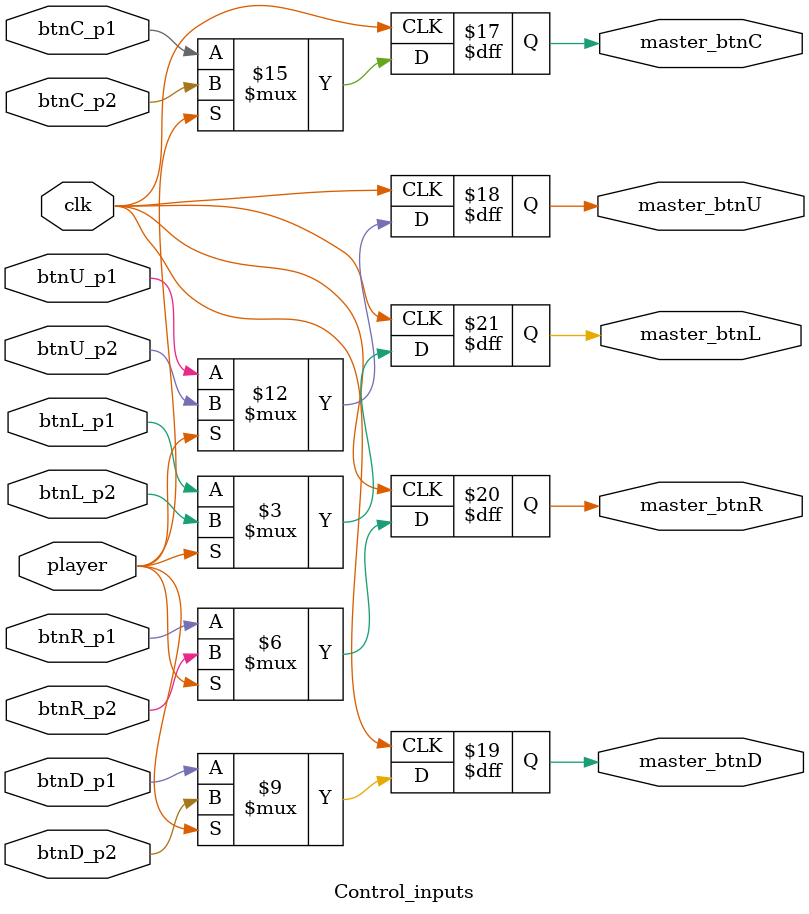
<source format=v>
`timescale 1ns / 1ps

module Control_inputs(input clk, player, btnC_p1, btnC_p2, btnU_p1, btnU_p2, btnD_p1, btnD_p2, btnR_p2, btnR_p1,
    btnL_p1, btnL_p2,
    output reg master_btnC, master_btnU, master_btnD, master_btnR, master_btnL);    
    
    //player == 0, P1
    always @ (posedge clk) begin
        if (player) begin
            master_btnC <= btnC_p2;
            master_btnU <= btnU_p2;
            master_btnD <= btnD_p2;
            master_btnR <= btnR_p2;
            master_btnL <= btnL_p2;
        end 
        else begin
            master_btnC <= btnC_p1;
            master_btnU <= btnU_p1;
            master_btnD <= btnD_p1;
            master_btnR <= btnR_p1;
            master_btnL <= btnL_p1;
        end
    end    
    
endmodule

</source>
